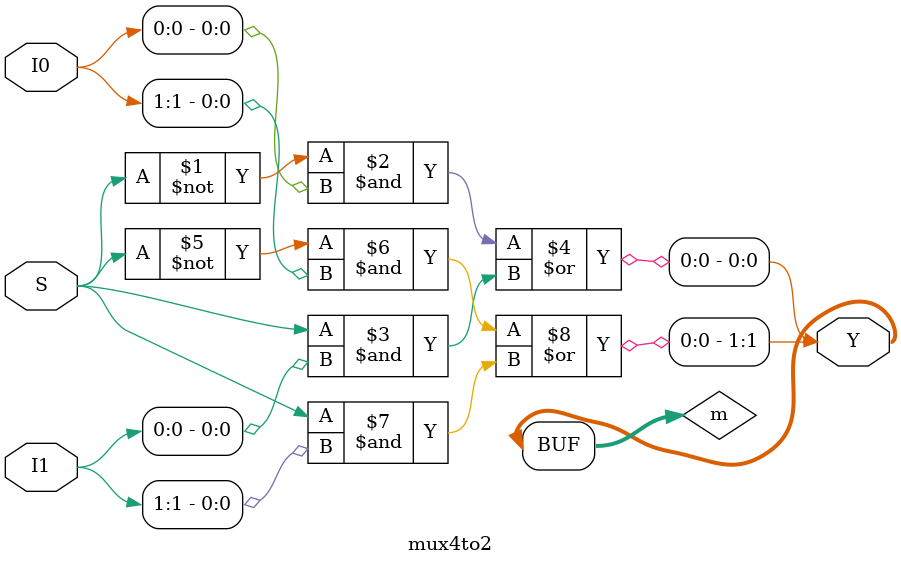
<source format=v>
module Part5(SW, HEX0);
input [9:0] SW;
output [6:0] HEX0;

assign A = SW[7:6];
assign B = SW[5:4];
assign C = SW[3:2];
assign D = SW[1:0];
assign S = SW[9:8];

mux mux_1(A,B,C,D,S,Y);

decoder decode_1(Y,O);

assign HEX0 = O;

endmodule

module decode_1(U, V);
input [1:0] U;
output [6:0] V;
wire [1:0] c;
assign c[1:0] = U[1:0];

wire [7:0] dtop0_out,dbottom0_out,dmid0_out;


decoder dtop0(
.I0(7'b0100001),
.I1(7'b0000110),
.S(c[0]),
.Y(dtop0_out)
);

decoder dbottom0(
.I0(7'b1111001),
.I1(7'b1000000),
.S(c[0]),
.Y(dbottom0_out)
);

decoder dmid0(
.I0(dtop0_out),
.I1(dbottom0_out),
.S(c[1]),
.Y(dmid0_out)
);

assign HEX0[6:0] = mid0_out;

endmodule 

module decoder(I0,I1,S,Y);
input [7:0] I0,I1;
input S;
output [7:0] Y;
wire [7:0] m;

	assign m[0] = (~S & I0[0]) | (S & I1[0]);
	assign m[1] = (~S & I0[1]) | (S & I1[1]);
	assign m[2] = (~S & I0[2]) | (S & I1[2]);
	assign m[3] = (~S & I0[3]) | (S & I1[3]);
	assign m[4] = (~S & I0[4]) | (S & I1[4]);
	assign m[5] = (~S & I0[5]) | (S & I1[5]);
	assign m[6] = (~S & I0[6]) | (S & I1[6]);
 
	assign Y = m;
	
endmodule 

module mux_1(A,B,C,D,S,Y);
input [1:0] A,B,C,D,S;
output [1:0] Y;
wire [1:0] mtop0_out, mbottom0_out, mmid0_out;
mux4to2 mtop0(
.I0(A),
.I1(B),
.S(S[0]),
.Y(mtop0_out)
);

mux4to2 mbottom0(
.I0(C),
.I1(D),
.S(S[0]),
.Y(mbottom0_out)
);

mux4to2 mmid0(
.I0(mtop0_out),
.I1(mbottom0_out),
.S(S[1]),
.Y(mmid0_out)
);

assign Y = mmid0_out;

endmodule 


module mux4to2(I0,I1,S,Y);
input [1:0] I0,I1;
input S;
output [1:0] Y;
wire [1:0] m;

	assign m[0] = (~S & I0[0]) | (S & I1[0]);
	assign m[1] = (~S & I0[1]) | (S & I1[1]);

 
	assign Y = m;
	
endmodule 

</source>
